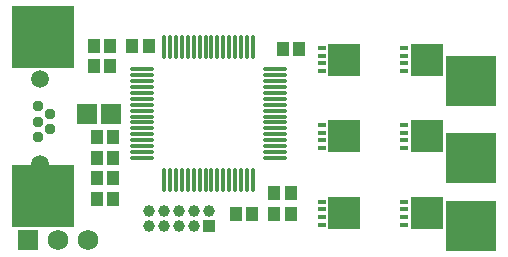
<source format=gts>
G04 Layer_Color=8388736*
%FSLAX24Y24*%
%MOIN*%
G70*
G01*
G75*
%ADD12R,0.0256X0.0157*%
%ADD14O,0.0118X0.0827*%
%ADD15O,0.0827X0.0118*%
%ADD21C,0.0394*%
%ADD22R,0.0394X0.0394*%
%ADD24C,0.0591*%
%ADD25C,0.0370*%
%ADD41R,0.0415X0.0454*%
%ADD42R,0.0651X0.0691*%
%ADD43R,0.1084X0.1065*%
%ADD44R,0.2069X0.2069*%
%ADD45R,0.1675X0.1675*%
%ADD46R,0.0691X0.0691*%
%ADD47C,0.0691*%
D12*
X178716Y130438D02*
D03*
Y130182D02*
D03*
Y129926D02*
D03*
Y129670D02*
D03*
X181471Y125320D02*
D03*
Y125064D02*
D03*
Y124808D02*
D03*
Y124552D02*
D03*
Y127879D02*
D03*
Y127623D02*
D03*
Y127367D02*
D03*
Y127111D02*
D03*
Y130438D02*
D03*
Y130182D02*
D03*
Y129926D02*
D03*
Y129670D02*
D03*
X178716Y125320D02*
D03*
Y125064D02*
D03*
Y124808D02*
D03*
Y124552D02*
D03*
Y127879D02*
D03*
Y127623D02*
D03*
Y127367D02*
D03*
Y127111D02*
D03*
D14*
X173465Y130463D02*
D03*
X173661D02*
D03*
X173858D02*
D03*
X174055D02*
D03*
X174252D02*
D03*
X174449D02*
D03*
X174646D02*
D03*
X174843D02*
D03*
X175039D02*
D03*
X175236D02*
D03*
X175433D02*
D03*
X175630D02*
D03*
X175827D02*
D03*
X176024D02*
D03*
X176220D02*
D03*
X176417D02*
D03*
Y126053D02*
D03*
X176220D02*
D03*
X176024D02*
D03*
X175827D02*
D03*
X175630D02*
D03*
X175433D02*
D03*
X175236D02*
D03*
X175039D02*
D03*
X174843D02*
D03*
X174646D02*
D03*
X174449D02*
D03*
X174252D02*
D03*
X174055D02*
D03*
X173858D02*
D03*
X173661D02*
D03*
X173465D02*
D03*
D15*
X177146Y129734D02*
D03*
Y129537D02*
D03*
Y129341D02*
D03*
Y129144D02*
D03*
Y128947D02*
D03*
Y128750D02*
D03*
Y128553D02*
D03*
Y128356D02*
D03*
Y128159D02*
D03*
Y127963D02*
D03*
Y127766D02*
D03*
Y127569D02*
D03*
Y127372D02*
D03*
Y127175D02*
D03*
Y126978D02*
D03*
Y126782D02*
D03*
X172736D02*
D03*
Y126978D02*
D03*
Y127175D02*
D03*
Y127372D02*
D03*
Y127569D02*
D03*
Y127766D02*
D03*
Y127963D02*
D03*
Y128159D02*
D03*
Y128356D02*
D03*
Y128553D02*
D03*
Y128750D02*
D03*
Y128947D02*
D03*
Y129144D02*
D03*
Y129341D02*
D03*
Y129537D02*
D03*
Y129734D02*
D03*
D21*
X172941Y125018D02*
D03*
Y124518D02*
D03*
X173441Y125018D02*
D03*
Y124518D02*
D03*
X173941Y125018D02*
D03*
Y124518D02*
D03*
X174441Y125018D02*
D03*
Y124518D02*
D03*
X174941Y125018D02*
D03*
D22*
Y124518D02*
D03*
D24*
X169339Y126585D02*
D03*
Y129400D02*
D03*
D25*
X169252Y128504D02*
D03*
Y127992D02*
D03*
Y127480D02*
D03*
X169646Y127736D02*
D03*
Y128248D02*
D03*
D41*
X171122Y129833D02*
D03*
X171673D02*
D03*
X171220Y127470D02*
D03*
X171772D02*
D03*
X177126Y125600D02*
D03*
X177677D02*
D03*
X171220Y126093D02*
D03*
X171772D02*
D03*
X175846Y124911D02*
D03*
X176398D02*
D03*
X177972Y130423D02*
D03*
X177421D02*
D03*
X172402Y130522D02*
D03*
X172953D02*
D03*
X171772Y126781D02*
D03*
X171220D02*
D03*
X171220Y125404D02*
D03*
X171772D02*
D03*
X177126Y124911D02*
D03*
X177677D02*
D03*
X171122Y130522D02*
D03*
X171673D02*
D03*
D42*
X170906Y128258D02*
D03*
X171693D02*
D03*
D43*
X179464Y130054D02*
D03*
X182219Y124936D02*
D03*
Y127495D02*
D03*
Y130054D02*
D03*
X179464Y124936D02*
D03*
Y127495D02*
D03*
D44*
X169429Y130817D02*
D03*
Y125502D02*
D03*
D45*
X183701Y129341D02*
D03*
Y126782D02*
D03*
Y124518D02*
D03*
D46*
X168937Y124026D02*
D03*
D47*
X169937D02*
D03*
X170937D02*
D03*
M02*

</source>
